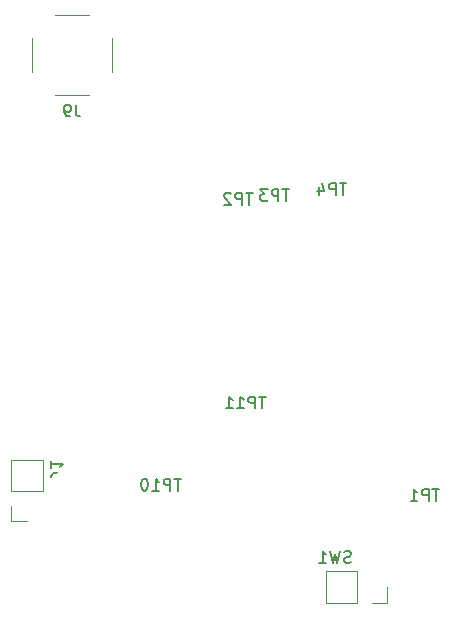
<source format=gbo>
G04 #@! TF.GenerationSoftware,KiCad,Pcbnew,5.1.10-88a1d61d58~88~ubuntu20.04.1*
G04 #@! TF.CreationDate,2021-05-10T20:01:03+02:00*
G04 #@! TF.ProjectId,WiRoc_NanoPi_v1,5769526f-635f-44e6-916e-6f50695f7631,rev?*
G04 #@! TF.SameCoordinates,Original*
G04 #@! TF.FileFunction,Legend,Bot*
G04 #@! TF.FilePolarity,Positive*
%FSLAX46Y46*%
G04 Gerber Fmt 4.6, Leading zero omitted, Abs format (unit mm)*
G04 Created by KiCad (PCBNEW 5.1.10-88a1d61d58~88~ubuntu20.04.1) date 2021-05-10 20:01:03*
%MOMM*%
%LPD*%
G01*
G04 APERTURE LIST*
%ADD10C,0.120000*%
%ADD11C,0.150000*%
%ADD12O,1.700000X1.700000*%
%ADD13R,1.700000X1.700000*%
%ADD14C,1.500000*%
%ADD15C,2.250000*%
%ADD16C,2.050000*%
%ADD17O,1.500000X1.900000*%
%ADD18O,2.000000X1.500000*%
G04 APERTURE END LIST*
D10*
X48880000Y-102420000D02*
X51540000Y-102420000D01*
X48880000Y-105020000D02*
X48880000Y-102420000D01*
X51540000Y-105020000D02*
X51540000Y-102420000D01*
X48880000Y-105020000D02*
X51540000Y-105020000D01*
X48880000Y-106290000D02*
X48880000Y-107620000D01*
X48880000Y-107620000D02*
X50210000Y-107620000D01*
X75510000Y-114500000D02*
X75510000Y-111840000D01*
X78110000Y-114500000D02*
X75510000Y-114500000D01*
X78110000Y-111840000D02*
X75510000Y-111840000D01*
X78110000Y-114500000D02*
X78110000Y-111840000D01*
X79380000Y-114500000D02*
X80710000Y-114500000D01*
X80710000Y-114500000D02*
X80710000Y-113170000D01*
X50645000Y-69592200D02*
X50645000Y-66692200D01*
X57355000Y-69592200D02*
X57355000Y-66692200D01*
X52550000Y-64787200D02*
X55450000Y-64787200D01*
X52550000Y-71497200D02*
X55450000Y-71497200D01*
D11*
X85099904Y-104879780D02*
X84528476Y-104879780D01*
X84814190Y-105879780D02*
X84814190Y-104879780D01*
X84195142Y-105879780D02*
X84195142Y-104879780D01*
X83814190Y-104879780D01*
X83718952Y-104927400D01*
X83671333Y-104975019D01*
X83623714Y-105070257D01*
X83623714Y-105213114D01*
X83671333Y-105308352D01*
X83718952Y-105355971D01*
X83814190Y-105403590D01*
X84195142Y-105403590D01*
X82671333Y-105879780D02*
X83242761Y-105879780D01*
X82957047Y-105879780D02*
X82957047Y-104879780D01*
X83052285Y-105022638D01*
X83147523Y-105117876D01*
X83242761Y-105165495D01*
X53242499Y-103522073D02*
X52528213Y-103522073D01*
X52385356Y-103569692D01*
X52290118Y-103664930D01*
X52242499Y-103807787D01*
X52242499Y-103903025D01*
X52242499Y-102522073D02*
X52242499Y-103093501D01*
X52242499Y-102807787D02*
X53242499Y-102807787D01*
X53099641Y-102903025D01*
X53004403Y-102998263D01*
X52956784Y-103093501D01*
X77612073Y-111089881D02*
X77469216Y-111137500D01*
X77231120Y-111137500D01*
X77135882Y-111089881D01*
X77088263Y-111042262D01*
X77040644Y-110947024D01*
X77040644Y-110851786D01*
X77088263Y-110756548D01*
X77135882Y-110708929D01*
X77231120Y-110661310D01*
X77421597Y-110613691D01*
X77516835Y-110566072D01*
X77564454Y-110518453D01*
X77612073Y-110423215D01*
X77612073Y-110327977D01*
X77564454Y-110232739D01*
X77516835Y-110185120D01*
X77421597Y-110137500D01*
X77183501Y-110137500D01*
X77040644Y-110185120D01*
X76707311Y-110137500D02*
X76469216Y-111137500D01*
X76278740Y-110423215D01*
X76088263Y-111137500D01*
X75850168Y-110137500D01*
X74945406Y-111137500D02*
X75516835Y-111137500D01*
X75231120Y-111137500D02*
X75231120Y-110137500D01*
X75326359Y-110280358D01*
X75421597Y-110375596D01*
X75516835Y-110423215D01*
X54333333Y-72344580D02*
X54333333Y-73058866D01*
X54380952Y-73201723D01*
X54476190Y-73296961D01*
X54619047Y-73344580D01*
X54714285Y-73344580D01*
X53809523Y-73344580D02*
X53619047Y-73344580D01*
X53523809Y-73296961D01*
X53476190Y-73249342D01*
X53380952Y-73106485D01*
X53333333Y-72916009D01*
X53333333Y-72535057D01*
X53380952Y-72439819D01*
X53428571Y-72392200D01*
X53523809Y-72344580D01*
X53714285Y-72344580D01*
X53809523Y-72392200D01*
X53857142Y-72439819D01*
X53904761Y-72535057D01*
X53904761Y-72773152D01*
X53857142Y-72868390D01*
X53809523Y-72916009D01*
X53714285Y-72963628D01*
X53523809Y-72963628D01*
X53428571Y-72916009D01*
X53380952Y-72868390D01*
X53333333Y-72773152D01*
X69301904Y-79812380D02*
X68730476Y-79812380D01*
X69016190Y-80812380D02*
X69016190Y-79812380D01*
X68397142Y-80812380D02*
X68397142Y-79812380D01*
X68016190Y-79812380D01*
X67920952Y-79860000D01*
X67873333Y-79907619D01*
X67825714Y-80002857D01*
X67825714Y-80145714D01*
X67873333Y-80240952D01*
X67920952Y-80288571D01*
X68016190Y-80336190D01*
X68397142Y-80336190D01*
X67444761Y-79907619D02*
X67397142Y-79860000D01*
X67301904Y-79812380D01*
X67063809Y-79812380D01*
X66968571Y-79860000D01*
X66920952Y-79907619D01*
X66873333Y-80002857D01*
X66873333Y-80098095D01*
X66920952Y-80240952D01*
X67492380Y-80812380D01*
X66873333Y-80812380D01*
X72389044Y-79517180D02*
X71817616Y-79517180D01*
X72103330Y-80517180D02*
X72103330Y-79517180D01*
X71484282Y-80517180D02*
X71484282Y-79517180D01*
X71103330Y-79517180D01*
X71008092Y-79564800D01*
X70960473Y-79612419D01*
X70912854Y-79707657D01*
X70912854Y-79850514D01*
X70960473Y-79945752D01*
X71008092Y-79993371D01*
X71103330Y-80040990D01*
X71484282Y-80040990D01*
X70579520Y-79517180D02*
X69960473Y-79517180D01*
X70293806Y-79898133D01*
X70150949Y-79898133D01*
X70055711Y-79945752D01*
X70008092Y-79993371D01*
X69960473Y-80088609D01*
X69960473Y-80326704D01*
X70008092Y-80421942D01*
X70055711Y-80469561D01*
X70150949Y-80517180D01*
X70436663Y-80517180D01*
X70531901Y-80469561D01*
X70579520Y-80421942D01*
X77232104Y-78984380D02*
X76660676Y-78984380D01*
X76946390Y-79984380D02*
X76946390Y-78984380D01*
X76327342Y-79984380D02*
X76327342Y-78984380D01*
X75946390Y-78984380D01*
X75851152Y-79032000D01*
X75803533Y-79079619D01*
X75755914Y-79174857D01*
X75755914Y-79317714D01*
X75803533Y-79412952D01*
X75851152Y-79460571D01*
X75946390Y-79508190D01*
X76327342Y-79508190D01*
X74898771Y-79317714D02*
X74898771Y-79984380D01*
X75136866Y-78936761D02*
X75374961Y-79651047D01*
X74755914Y-79651047D01*
X63248395Y-104019480D02*
X62676966Y-104019480D01*
X62962680Y-105019480D02*
X62962680Y-104019480D01*
X62343633Y-105019480D02*
X62343633Y-104019480D01*
X61962680Y-104019480D01*
X61867442Y-104067100D01*
X61819823Y-104114719D01*
X61772204Y-104209957D01*
X61772204Y-104352814D01*
X61819823Y-104448052D01*
X61867442Y-104495671D01*
X61962680Y-104543290D01*
X62343633Y-104543290D01*
X60819823Y-105019480D02*
X61391252Y-105019480D01*
X61105538Y-105019480D02*
X61105538Y-104019480D01*
X61200776Y-104162338D01*
X61296014Y-104257576D01*
X61391252Y-104305195D01*
X60200776Y-104019480D02*
X60105538Y-104019480D01*
X60010300Y-104067100D01*
X59962680Y-104114719D01*
X59915061Y-104209957D01*
X59867442Y-104400433D01*
X59867442Y-104638528D01*
X59915061Y-104829004D01*
X59962680Y-104924242D01*
X60010300Y-104971861D01*
X60105538Y-105019480D01*
X60200776Y-105019480D01*
X60296014Y-104971861D01*
X60343633Y-104924242D01*
X60391252Y-104829004D01*
X60438871Y-104638528D01*
X60438871Y-104400433D01*
X60391252Y-104209957D01*
X60343633Y-104114719D01*
X60296014Y-104067100D01*
X60200776Y-104019480D01*
X70408095Y-97062380D02*
X69836666Y-97062380D01*
X70122380Y-98062380D02*
X70122380Y-97062380D01*
X69503333Y-98062380D02*
X69503333Y-97062380D01*
X69122380Y-97062380D01*
X69027142Y-97110000D01*
X68979523Y-97157619D01*
X68931904Y-97252857D01*
X68931904Y-97395714D01*
X68979523Y-97490952D01*
X69027142Y-97538571D01*
X69122380Y-97586190D01*
X69503333Y-97586190D01*
X67979523Y-98062380D02*
X68550952Y-98062380D01*
X68265238Y-98062380D02*
X68265238Y-97062380D01*
X68360476Y-97205238D01*
X68455714Y-97300476D01*
X68550952Y-97348095D01*
X67027142Y-98062380D02*
X67598571Y-98062380D01*
X67312857Y-98062380D02*
X67312857Y-97062380D01*
X67408095Y-97205238D01*
X67503333Y-97300476D01*
X67598571Y-97348095D01*
%LPC*%
D12*
X88620000Y-96045000D03*
X88620000Y-83345000D03*
X91160000Y-103665000D03*
X88620000Y-103665000D03*
X91160000Y-98585000D03*
X88620000Y-101125000D03*
X88620000Y-93505000D03*
X91160000Y-106205000D03*
X88620000Y-90965000D03*
X91160000Y-93505000D03*
X91160000Y-101125000D03*
X91160000Y-88425000D03*
X88620000Y-106205000D03*
X91160000Y-96045000D03*
X88620000Y-98585000D03*
X91160000Y-83345000D03*
X91160000Y-90965000D03*
X88620000Y-88425000D03*
D13*
X88620000Y-78265000D03*
D12*
X88620000Y-85885000D03*
X91160000Y-80805000D03*
X88620000Y-80805000D03*
X91160000Y-85885000D03*
X91160000Y-78265000D03*
X53610000Y-85885000D03*
X53610000Y-83345000D03*
X53610000Y-80805000D03*
D13*
X53610000Y-78265000D03*
D12*
X53610000Y-106205000D03*
X53610000Y-103665000D03*
X53610000Y-101125000D03*
X53610000Y-98585000D03*
X53610000Y-96045000D03*
X53610000Y-88425000D03*
X53610000Y-93505000D03*
X53610000Y-90965000D03*
X56150000Y-101125000D03*
X56150000Y-103665000D03*
X56150000Y-98585000D03*
D13*
X56150000Y-106205000D03*
X56150000Y-96045000D03*
D12*
X56150000Y-88425000D03*
X56150000Y-93505000D03*
X56150000Y-90965000D03*
D14*
X86350000Y-104900000D03*
D12*
X50210000Y-103750000D03*
D13*
X50210000Y-106290000D03*
D12*
X89678000Y-55880000D03*
X89678000Y-53340000D03*
X89678000Y-50800000D03*
D13*
X89678000Y-48260000D03*
D12*
X93766700Y-99790600D03*
X93766700Y-102330600D03*
D13*
X93766700Y-104870600D03*
D12*
X76840000Y-113170000D03*
D13*
X79380000Y-113170000D03*
D15*
X51460000Y-65602200D03*
X51460000Y-70682200D03*
X56540000Y-70682200D03*
X56540000Y-65602200D03*
D16*
X54000000Y-68142200D03*
D17*
X52290000Y-58180000D03*
X52290000Y-60720000D03*
X50290000Y-58180000D03*
X50290000Y-60720000D03*
X49250000Y-88881300D03*
X49250000Y-86341300D03*
X51250000Y-88881300D03*
X51250000Y-86341300D03*
X49250000Y-82899600D03*
X49250000Y-80359600D03*
X51250000Y-82899600D03*
X51250000Y-80359600D03*
D14*
X68910000Y-82240000D03*
X71150000Y-82300000D03*
X74110000Y-77980000D03*
X61130000Y-102370000D03*
X66090000Y-96140000D03*
D18*
X50561300Y-95117000D03*
X50561300Y-97117000D03*
X50561300Y-93117000D03*
X50561300Y-99117000D03*
M02*

</source>
